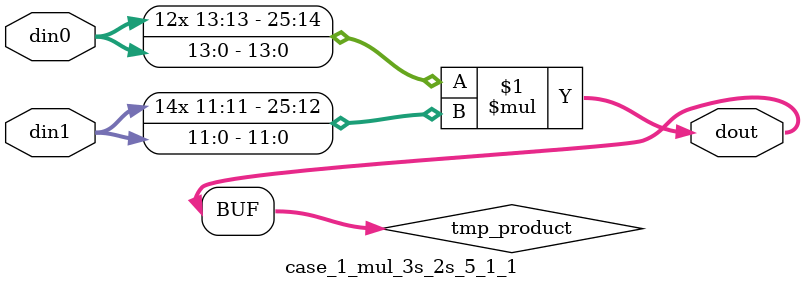
<source format=v>

`timescale 1 ns / 1 ps

 (* use_dsp = "no" *)  module case_1_mul_3s_2s_5_1_1(din0, din1, dout);
parameter ID = 1;
parameter NUM_STAGE = 0;
parameter din0_WIDTH = 14;
parameter din1_WIDTH = 12;
parameter dout_WIDTH = 26;

input [din0_WIDTH - 1 : 0] din0; 
input [din1_WIDTH - 1 : 0] din1; 
output [dout_WIDTH - 1 : 0] dout;

wire signed [dout_WIDTH - 1 : 0] tmp_product;



























assign tmp_product = $signed(din0) * $signed(din1);








assign dout = tmp_product;





















endmodule

</source>
